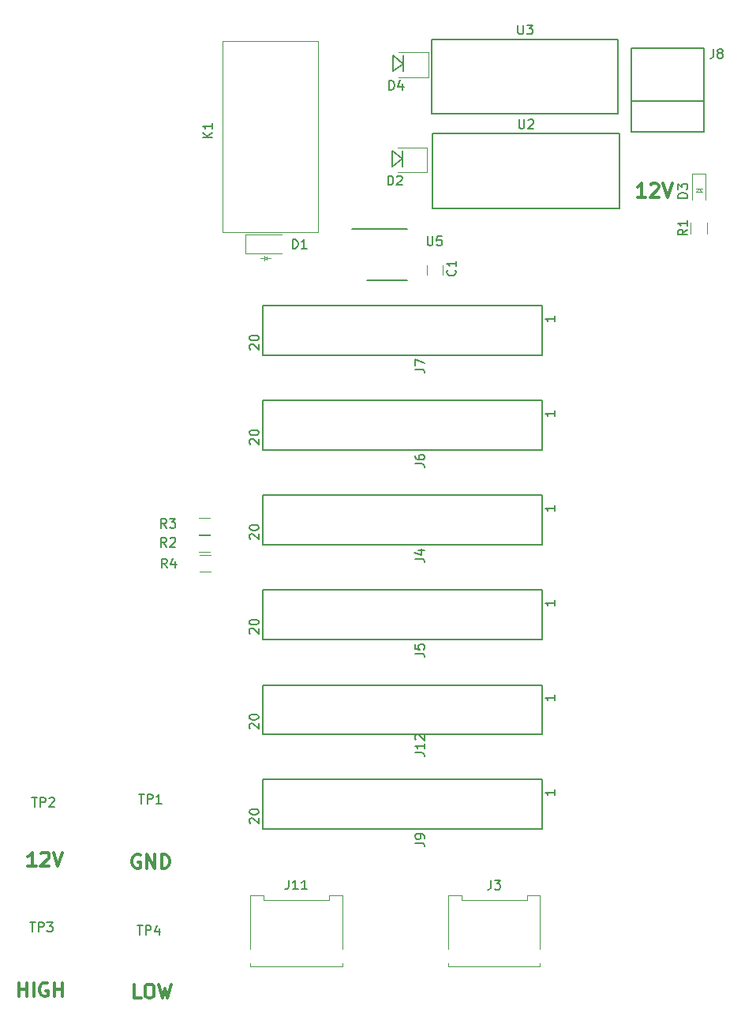
<source format=gto>
G04 #@! TF.GenerationSoftware,KiCad,Pcbnew,5.0.2-bee76a0~70~ubuntu18.04.1*
G04 #@! TF.CreationDate,2020-02-05T16:33:54-05:00*
G04 #@! TF.ProjectId,LV Interface,4c562049-6e74-4657-9266-6163652e6b69,rev?*
G04 #@! TF.SameCoordinates,Original*
G04 #@! TF.FileFunction,Legend,Top*
G04 #@! TF.FilePolarity,Positive*
%FSLAX46Y46*%
G04 Gerber Fmt 4.6, Leading zero omitted, Abs format (unit mm)*
G04 Created by KiCad (PCBNEW 5.0.2-bee76a0~70~ubuntu18.04.1) date Wed 05 Feb 2020 04:33:54 PM EST*
%MOMM*%
%LPD*%
G01*
G04 APERTURE LIST*
%ADD10C,0.300000*%
%ADD11C,0.100000*%
%ADD12C,0.120000*%
%ADD13C,0.150000*%
%ADD14C,0.200000*%
G04 APERTURE END LIST*
D10*
X81942928Y-120193191D02*
X81228642Y-120193191D01*
X81228642Y-118693191D01*
X82728642Y-118693191D02*
X83014357Y-118693191D01*
X83157214Y-118764620D01*
X83300071Y-118907477D01*
X83371500Y-119193191D01*
X83371500Y-119693191D01*
X83300071Y-119978905D01*
X83157214Y-120121762D01*
X83014357Y-120193191D01*
X82728642Y-120193191D01*
X82585785Y-120121762D01*
X82442928Y-119978905D01*
X82371500Y-119693191D01*
X82371500Y-119193191D01*
X82442928Y-118907477D01*
X82585785Y-118764620D01*
X82728642Y-118693191D01*
X83871500Y-118693191D02*
X84228642Y-120193191D01*
X84514357Y-119121762D01*
X84800071Y-120193191D01*
X85157214Y-118693191D01*
X68867151Y-120023011D02*
X68867151Y-118523011D01*
X68867151Y-119237297D02*
X69724294Y-119237297D01*
X69724294Y-120023011D02*
X69724294Y-118523011D01*
X70438580Y-120023011D02*
X70438580Y-118523011D01*
X71938580Y-118594440D02*
X71795722Y-118523011D01*
X71581437Y-118523011D01*
X71367151Y-118594440D01*
X71224294Y-118737297D01*
X71152865Y-118880154D01*
X71081437Y-119165868D01*
X71081437Y-119380154D01*
X71152865Y-119665868D01*
X71224294Y-119808725D01*
X71367151Y-119951582D01*
X71581437Y-120023011D01*
X71724294Y-120023011D01*
X71938580Y-119951582D01*
X72010008Y-119880154D01*
X72010008Y-119380154D01*
X71724294Y-119380154D01*
X72652865Y-120023011D02*
X72652865Y-118523011D01*
X72652865Y-119237297D02*
X73510008Y-119237297D01*
X73510008Y-120023011D02*
X73510008Y-118523011D01*
X81854182Y-104840340D02*
X81711325Y-104768911D01*
X81497040Y-104768911D01*
X81282754Y-104840340D01*
X81139897Y-104983197D01*
X81068468Y-105126054D01*
X80997040Y-105411768D01*
X80997040Y-105626054D01*
X81068468Y-105911768D01*
X81139897Y-106054625D01*
X81282754Y-106197482D01*
X81497040Y-106268911D01*
X81639897Y-106268911D01*
X81854182Y-106197482D01*
X81925611Y-106126054D01*
X81925611Y-105626054D01*
X81639897Y-105626054D01*
X82568468Y-106268911D02*
X82568468Y-104768911D01*
X83425611Y-106268911D01*
X83425611Y-104768911D01*
X84139897Y-106268911D02*
X84139897Y-104768911D01*
X84497040Y-104768911D01*
X84711325Y-104840340D01*
X84854182Y-104983197D01*
X84925611Y-105126054D01*
X84997040Y-105411768D01*
X84997040Y-105626054D01*
X84925611Y-105911768D01*
X84854182Y-106054625D01*
X84711325Y-106197482D01*
X84497040Y-106268911D01*
X84139897Y-106268911D01*
X70681648Y-106055551D02*
X69824505Y-106055551D01*
X70253077Y-106055551D02*
X70253077Y-104555551D01*
X70110220Y-104769837D01*
X69967362Y-104912694D01*
X69824505Y-104984122D01*
X71253077Y-104698408D02*
X71324505Y-104626980D01*
X71467362Y-104555551D01*
X71824505Y-104555551D01*
X71967362Y-104626980D01*
X72038791Y-104698408D01*
X72110220Y-104841265D01*
X72110220Y-104984122D01*
X72038791Y-105198408D01*
X71181648Y-106055551D01*
X72110220Y-106055551D01*
X72538791Y-104555551D02*
X73038791Y-106055551D01*
X73538791Y-104555551D01*
X136071408Y-34277691D02*
X135214265Y-34277691D01*
X135642837Y-34277691D02*
X135642837Y-32777691D01*
X135499980Y-32991977D01*
X135357122Y-33134834D01*
X135214265Y-33206262D01*
X136642837Y-32920548D02*
X136714265Y-32849120D01*
X136857122Y-32777691D01*
X137214265Y-32777691D01*
X137357122Y-32849120D01*
X137428551Y-32920548D01*
X137499980Y-33063405D01*
X137499980Y-33206262D01*
X137428551Y-33420548D01*
X136571408Y-34277691D01*
X137499980Y-34277691D01*
X137928551Y-32777691D02*
X138428551Y-34277691D01*
X138928551Y-32777691D01*
D11*
G04 #@! TO.C,D1*
X95477000Y-40831900D02*
X95877000Y-40831900D01*
X95177000Y-40831900D02*
X95477000Y-40631900D01*
X95477000Y-40631900D02*
X95477000Y-41031900D01*
X95477000Y-41031900D02*
X95177000Y-40831900D01*
X94777000Y-40831900D02*
X95177000Y-40831900D01*
X95177000Y-40831900D02*
X95177000Y-40581900D01*
X95177000Y-40581900D02*
X95177000Y-41081900D01*
D12*
X93177000Y-38331900D02*
X93177000Y-40331900D01*
X93177000Y-40331900D02*
X97027000Y-40331900D01*
X93177000Y-38331900D02*
X97027000Y-38331900D01*
G04 #@! TO.C,J3*
X114890900Y-116452380D02*
X114890900Y-116762380D01*
X114890900Y-116762380D02*
X124760900Y-116762380D01*
X124760900Y-116762380D02*
X124760900Y-116452380D01*
X114890900Y-114932380D02*
X114890900Y-109172380D01*
X114890900Y-109172380D02*
X116310900Y-109172380D01*
X116310900Y-109172380D02*
X116310900Y-109672380D01*
X116310900Y-109672380D02*
X123340900Y-109672380D01*
X123340900Y-109672380D02*
X123340900Y-109172380D01*
X123340900Y-109172380D02*
X124760900Y-109172380D01*
X124760900Y-109172380D02*
X124760900Y-114932380D01*
D13*
G04 #@! TO.C,J4*
X94999860Y-71570360D02*
X125009860Y-71570360D01*
X94999860Y-66270360D02*
X125009860Y-66270360D01*
X125009860Y-66270360D02*
X125009860Y-71570360D01*
X94999860Y-66270360D02*
X94999860Y-71570360D01*
G04 #@! TO.C,J5*
X94987160Y-76420200D02*
X94987160Y-81720200D01*
X124997160Y-76420200D02*
X124997160Y-81720200D01*
X94987160Y-76420200D02*
X124997160Y-76420200D01*
X94987160Y-81720200D02*
X124997160Y-81720200D01*
G04 #@! TO.C,J6*
X94997320Y-56092580D02*
X94997320Y-61392580D01*
X125007320Y-56092580D02*
X125007320Y-61392580D01*
X94997320Y-56092580D02*
X125007320Y-56092580D01*
X94997320Y-61392580D02*
X125007320Y-61392580D01*
G04 #@! TO.C,J7*
X94994780Y-45940200D02*
X94994780Y-51240200D01*
X125004780Y-45940200D02*
X125004780Y-51240200D01*
X94994780Y-45940200D02*
X125004780Y-45940200D01*
X94994780Y-51240200D02*
X125004780Y-51240200D01*
G04 #@! TO.C,J8*
X134529940Y-24012540D02*
X134529940Y-27322540D01*
X134529940Y-27322540D02*
X142329940Y-27322540D01*
X142329940Y-27322540D02*
X142329940Y-24012540D01*
X142329940Y-24012540D02*
X142329940Y-18290540D01*
X134529940Y-24012540D02*
X134529940Y-18290540D01*
X142329940Y-24012540D02*
X134529940Y-24012540D01*
X142329940Y-18290540D02*
X134529940Y-18290540D01*
G04 #@! TO.C,J9*
X94999860Y-96752900D02*
X94999860Y-102052900D01*
X125009860Y-96752900D02*
X125009860Y-102052900D01*
X94999860Y-96752900D02*
X125009860Y-96752900D01*
X94999860Y-102052900D02*
X125009860Y-102052900D01*
D12*
G04 #@! TO.C,J11*
X103554440Y-109159680D02*
X103554440Y-114919680D01*
X102134440Y-109159680D02*
X103554440Y-109159680D01*
X102134440Y-109659680D02*
X102134440Y-109159680D01*
X95104440Y-109659680D02*
X102134440Y-109659680D01*
X95104440Y-109159680D02*
X95104440Y-109659680D01*
X93684440Y-109159680D02*
X95104440Y-109159680D01*
X93684440Y-114919680D02*
X93684440Y-109159680D01*
X103554440Y-116749680D02*
X103554440Y-116439680D01*
X93684440Y-116749680D02*
X103554440Y-116749680D01*
X93684440Y-116439680D02*
X93684440Y-116749680D01*
D13*
G04 #@! TO.C,J12*
X94987160Y-91895440D02*
X124997160Y-91895440D01*
X94987160Y-86595440D02*
X124997160Y-86595440D01*
X124997160Y-86595440D02*
X124997160Y-91895440D01*
X94987160Y-86595440D02*
X94987160Y-91895440D01*
D12*
G04 #@! TO.C,K1*
X100966420Y-38010140D02*
X100966420Y-17570140D01*
X100966420Y-17570140D02*
X90666420Y-17570140D01*
X100966420Y-38010140D02*
X90666420Y-38010140D01*
X90666420Y-38010140D02*
X90666420Y-17570140D01*
D13*
G04 #@! TO.C,U2*
X123258580Y-27483300D02*
X113258580Y-27483300D01*
X113258580Y-27483300D02*
X113258580Y-35483300D01*
X113258580Y-35483300D02*
X133258580Y-35483300D01*
X133258580Y-35483300D02*
X133258580Y-27483300D01*
X133258580Y-27483300D02*
X124258580Y-27483300D01*
X124258580Y-27483300D02*
X123258580Y-27483300D01*
G04 #@! TO.C,U3*
X124159520Y-17363940D02*
X123159520Y-17363940D01*
X133159520Y-17363940D02*
X124159520Y-17363940D01*
X133159520Y-25363940D02*
X133159520Y-17363940D01*
X113159520Y-25363940D02*
X133159520Y-25363940D01*
X113159520Y-17363940D02*
X113159520Y-25363940D01*
X123159520Y-17363940D02*
X113159520Y-17363940D01*
G04 #@! TO.C,U5*
X104576320Y-37677440D02*
X110551320Y-37677440D01*
X106151320Y-43202440D02*
X110551320Y-43202440D01*
D12*
G04 #@! TO.C,C1*
X114339740Y-42614980D02*
X114339740Y-41614980D01*
X112639740Y-41614980D02*
X112639740Y-42614980D01*
D11*
G04 #@! TO.C,D3*
X141460740Y-33401660D02*
X141810740Y-33401660D01*
X141810740Y-33401660D02*
X142160740Y-33401660D01*
X141460740Y-33751660D02*
X141810740Y-33401660D01*
X141510740Y-33751660D02*
X141460740Y-33751660D01*
X141460740Y-33751660D02*
X141510740Y-33751660D01*
X142160740Y-33751660D02*
X141510740Y-33751660D01*
X142110740Y-33701660D02*
X142160740Y-33751660D01*
X141810740Y-33401660D02*
X142110740Y-33701660D01*
D12*
X142510740Y-31801660D02*
X141110740Y-31801660D01*
X141110740Y-31801660D02*
X141110740Y-34601660D01*
X142510740Y-31801660D02*
X142510740Y-34601660D01*
G04 #@! TO.C,R1*
X142645020Y-36986920D02*
X142645020Y-38186920D01*
X140885020Y-38186920D02*
X140885020Y-36986920D01*
G04 #@! TO.C,R2*
X89375540Y-70435360D02*
X88175540Y-70435360D01*
X88175540Y-68675360D02*
X89375540Y-68675360D01*
G04 #@! TO.C,R3*
X89380620Y-72350520D02*
X88180620Y-72350520D01*
X88180620Y-70590520D02*
X89380620Y-70590520D01*
G04 #@! TO.C,R4*
X89413640Y-74440940D02*
X88213640Y-74440940D01*
X88213640Y-72680940D02*
X89413640Y-72680940D01*
D14*
G04 #@! TO.C,D2*
X108886700Y-29284420D02*
X109986700Y-30184420D01*
X108886700Y-30984420D02*
X108886700Y-29284420D01*
X109986700Y-30184420D02*
X108886700Y-30984420D01*
X109986700Y-30984420D02*
X109986700Y-29284420D01*
D12*
X112661700Y-31617920D02*
X112661700Y-28950920D01*
X112661700Y-28950920D02*
X109486700Y-28950920D01*
X112661700Y-31617920D02*
X109486700Y-31617920D01*
G04 #@! TO.C,D4*
X112793780Y-21414740D02*
X109618780Y-21414740D01*
X112793780Y-18747740D02*
X109618780Y-18747740D01*
X112793780Y-21414740D02*
X112793780Y-18747740D01*
D14*
X110118780Y-20781240D02*
X110118780Y-19081240D01*
X110118780Y-19981240D02*
X109018780Y-20781240D01*
X109018780Y-20781240D02*
X109018780Y-19081240D01*
X109018780Y-19081240D02*
X110118780Y-19981240D01*
G04 #@! TO.C,D1*
D13*
X98217764Y-39807140D02*
X98217764Y-38807140D01*
X98455860Y-38807140D01*
X98598717Y-38854760D01*
X98693955Y-38949998D01*
X98741574Y-39045236D01*
X98789193Y-39235712D01*
X98789193Y-39378569D01*
X98741574Y-39569045D01*
X98693955Y-39664283D01*
X98598717Y-39759521D01*
X98455860Y-39807140D01*
X98217764Y-39807140D01*
X99741574Y-39807140D02*
X99170145Y-39807140D01*
X99455860Y-39807140D02*
X99455860Y-38807140D01*
X99360621Y-38949998D01*
X99265383Y-39045236D01*
X99170145Y-39092855D01*
G04 #@! TO.C,J3*
X119492566Y-107534760D02*
X119492566Y-108249046D01*
X119444947Y-108391903D01*
X119349709Y-108487141D01*
X119206852Y-108534760D01*
X119111614Y-108534760D01*
X119873519Y-107534760D02*
X120492566Y-107534760D01*
X120159233Y-107915713D01*
X120302090Y-107915713D01*
X120397328Y-107963332D01*
X120444947Y-108010951D01*
X120492566Y-108106189D01*
X120492566Y-108344284D01*
X120444947Y-108439522D01*
X120397328Y-108487141D01*
X120302090Y-108534760D01*
X120016376Y-108534760D01*
X119921138Y-108487141D01*
X119873519Y-108439522D01*
G04 #@! TO.C,J4*
X111362240Y-73063693D02*
X112076526Y-73063693D01*
X112219383Y-73111312D01*
X112314621Y-73206550D01*
X112362240Y-73349407D01*
X112362240Y-73444645D01*
X111695574Y-72158931D02*
X112362240Y-72158931D01*
X111314621Y-72397026D02*
X112028907Y-72635121D01*
X112028907Y-72016074D01*
X126332240Y-67364645D02*
X126332240Y-67936074D01*
X126332240Y-67650360D02*
X125332240Y-67650360D01*
X125475098Y-67745598D01*
X125570336Y-67840836D01*
X125617955Y-67936074D01*
X93677479Y-70952264D02*
X93629860Y-70904645D01*
X93582240Y-70809407D01*
X93582240Y-70571312D01*
X93629860Y-70476074D01*
X93677479Y-70428455D01*
X93772717Y-70380836D01*
X93867955Y-70380836D01*
X94010812Y-70428455D01*
X94582240Y-70999883D01*
X94582240Y-70380836D01*
X93582240Y-69761788D02*
X93582240Y-69666550D01*
X93629860Y-69571312D01*
X93677479Y-69523693D01*
X93772717Y-69476074D01*
X93963193Y-69428455D01*
X94201288Y-69428455D01*
X94391764Y-69476074D01*
X94487002Y-69523693D01*
X94534621Y-69571312D01*
X94582240Y-69666550D01*
X94582240Y-69761788D01*
X94534621Y-69857026D01*
X94487002Y-69904645D01*
X94391764Y-69952264D01*
X94201288Y-69999883D01*
X93963193Y-69999883D01*
X93772717Y-69952264D01*
X93677479Y-69904645D01*
X93629860Y-69857026D01*
X93582240Y-69761788D01*
G04 #@! TO.C,J5*
X111349540Y-83213533D02*
X112063826Y-83213533D01*
X112206683Y-83261152D01*
X112301921Y-83356390D01*
X112349540Y-83499247D01*
X112349540Y-83594485D01*
X111349540Y-82261152D02*
X111349540Y-82737342D01*
X111825731Y-82784961D01*
X111778112Y-82737342D01*
X111730493Y-82642104D01*
X111730493Y-82404009D01*
X111778112Y-82308771D01*
X111825731Y-82261152D01*
X111920969Y-82213533D01*
X112159064Y-82213533D01*
X112254302Y-82261152D01*
X112301921Y-82308771D01*
X112349540Y-82404009D01*
X112349540Y-82642104D01*
X112301921Y-82737342D01*
X112254302Y-82784961D01*
X93664779Y-81102104D02*
X93617160Y-81054485D01*
X93569540Y-80959247D01*
X93569540Y-80721152D01*
X93617160Y-80625914D01*
X93664779Y-80578295D01*
X93760017Y-80530676D01*
X93855255Y-80530676D01*
X93998112Y-80578295D01*
X94569540Y-81149723D01*
X94569540Y-80530676D01*
X93569540Y-79911628D02*
X93569540Y-79816390D01*
X93617160Y-79721152D01*
X93664779Y-79673533D01*
X93760017Y-79625914D01*
X93950493Y-79578295D01*
X94188588Y-79578295D01*
X94379064Y-79625914D01*
X94474302Y-79673533D01*
X94521921Y-79721152D01*
X94569540Y-79816390D01*
X94569540Y-79911628D01*
X94521921Y-80006866D01*
X94474302Y-80054485D01*
X94379064Y-80102104D01*
X94188588Y-80149723D01*
X93950493Y-80149723D01*
X93760017Y-80102104D01*
X93664779Y-80054485D01*
X93617160Y-80006866D01*
X93569540Y-79911628D01*
X126319540Y-77514485D02*
X126319540Y-78085914D01*
X126319540Y-77800200D02*
X125319540Y-77800200D01*
X125462398Y-77895438D01*
X125557636Y-77990676D01*
X125605255Y-78085914D01*
G04 #@! TO.C,J6*
X111359700Y-62885913D02*
X112073986Y-62885913D01*
X112216843Y-62933532D01*
X112312081Y-63028770D01*
X112359700Y-63171627D01*
X112359700Y-63266865D01*
X111359700Y-61981151D02*
X111359700Y-62171627D01*
X111407320Y-62266865D01*
X111454939Y-62314484D01*
X111597796Y-62409722D01*
X111788272Y-62457341D01*
X112169224Y-62457341D01*
X112264462Y-62409722D01*
X112312081Y-62362103D01*
X112359700Y-62266865D01*
X112359700Y-62076389D01*
X112312081Y-61981151D01*
X112264462Y-61933532D01*
X112169224Y-61885913D01*
X111931129Y-61885913D01*
X111835891Y-61933532D01*
X111788272Y-61981151D01*
X111740653Y-62076389D01*
X111740653Y-62266865D01*
X111788272Y-62362103D01*
X111835891Y-62409722D01*
X111931129Y-62457341D01*
X93674939Y-60774484D02*
X93627320Y-60726865D01*
X93579700Y-60631627D01*
X93579700Y-60393532D01*
X93627320Y-60298294D01*
X93674939Y-60250675D01*
X93770177Y-60203056D01*
X93865415Y-60203056D01*
X94008272Y-60250675D01*
X94579700Y-60822103D01*
X94579700Y-60203056D01*
X93579700Y-59584008D02*
X93579700Y-59488770D01*
X93627320Y-59393532D01*
X93674939Y-59345913D01*
X93770177Y-59298294D01*
X93960653Y-59250675D01*
X94198748Y-59250675D01*
X94389224Y-59298294D01*
X94484462Y-59345913D01*
X94532081Y-59393532D01*
X94579700Y-59488770D01*
X94579700Y-59584008D01*
X94532081Y-59679246D01*
X94484462Y-59726865D01*
X94389224Y-59774484D01*
X94198748Y-59822103D01*
X93960653Y-59822103D01*
X93770177Y-59774484D01*
X93674939Y-59726865D01*
X93627320Y-59679246D01*
X93579700Y-59584008D01*
X126329700Y-57186865D02*
X126329700Y-57758294D01*
X126329700Y-57472580D02*
X125329700Y-57472580D01*
X125472558Y-57567818D01*
X125567796Y-57663056D01*
X125615415Y-57758294D01*
G04 #@! TO.C,J7*
X111357160Y-52733533D02*
X112071446Y-52733533D01*
X112214303Y-52781152D01*
X112309541Y-52876390D01*
X112357160Y-53019247D01*
X112357160Y-53114485D01*
X111357160Y-52352580D02*
X111357160Y-51685914D01*
X112357160Y-52114485D01*
X93672399Y-50622104D02*
X93624780Y-50574485D01*
X93577160Y-50479247D01*
X93577160Y-50241152D01*
X93624780Y-50145914D01*
X93672399Y-50098295D01*
X93767637Y-50050676D01*
X93862875Y-50050676D01*
X94005732Y-50098295D01*
X94577160Y-50669723D01*
X94577160Y-50050676D01*
X93577160Y-49431628D02*
X93577160Y-49336390D01*
X93624780Y-49241152D01*
X93672399Y-49193533D01*
X93767637Y-49145914D01*
X93958113Y-49098295D01*
X94196208Y-49098295D01*
X94386684Y-49145914D01*
X94481922Y-49193533D01*
X94529541Y-49241152D01*
X94577160Y-49336390D01*
X94577160Y-49431628D01*
X94529541Y-49526866D01*
X94481922Y-49574485D01*
X94386684Y-49622104D01*
X94196208Y-49669723D01*
X93958113Y-49669723D01*
X93767637Y-49622104D01*
X93672399Y-49574485D01*
X93624780Y-49526866D01*
X93577160Y-49431628D01*
X126327160Y-47034485D02*
X126327160Y-47605914D01*
X126327160Y-47320200D02*
X125327160Y-47320200D01*
X125470018Y-47415438D01*
X125565256Y-47510676D01*
X125612875Y-47605914D01*
G04 #@! TO.C,J8*
X143374786Y-18403320D02*
X143374786Y-19117606D01*
X143327167Y-19260463D01*
X143231929Y-19355701D01*
X143089072Y-19403320D01*
X142993834Y-19403320D01*
X143993834Y-18831892D02*
X143898596Y-18784273D01*
X143850977Y-18736654D01*
X143803358Y-18641416D01*
X143803358Y-18593797D01*
X143850977Y-18498559D01*
X143898596Y-18450940D01*
X143993834Y-18403320D01*
X144184310Y-18403320D01*
X144279548Y-18450940D01*
X144327167Y-18498559D01*
X144374786Y-18593797D01*
X144374786Y-18641416D01*
X144327167Y-18736654D01*
X144279548Y-18784273D01*
X144184310Y-18831892D01*
X143993834Y-18831892D01*
X143898596Y-18879511D01*
X143850977Y-18927130D01*
X143803358Y-19022368D01*
X143803358Y-19212844D01*
X143850977Y-19308082D01*
X143898596Y-19355701D01*
X143993834Y-19403320D01*
X144184310Y-19403320D01*
X144279548Y-19355701D01*
X144327167Y-19308082D01*
X144374786Y-19212844D01*
X144374786Y-19022368D01*
X144327167Y-18927130D01*
X144279548Y-18879511D01*
X144184310Y-18831892D01*
G04 #@! TO.C,J9*
X111362240Y-103546233D02*
X112076526Y-103546233D01*
X112219383Y-103593852D01*
X112314621Y-103689090D01*
X112362240Y-103831947D01*
X112362240Y-103927185D01*
X112362240Y-103022423D02*
X112362240Y-102831947D01*
X112314621Y-102736709D01*
X112267002Y-102689090D01*
X112124145Y-102593852D01*
X111933669Y-102546233D01*
X111552717Y-102546233D01*
X111457479Y-102593852D01*
X111409860Y-102641471D01*
X111362240Y-102736709D01*
X111362240Y-102927185D01*
X111409860Y-103022423D01*
X111457479Y-103070042D01*
X111552717Y-103117661D01*
X111790812Y-103117661D01*
X111886050Y-103070042D01*
X111933669Y-103022423D01*
X111981288Y-102927185D01*
X111981288Y-102736709D01*
X111933669Y-102641471D01*
X111886050Y-102593852D01*
X111790812Y-102546233D01*
X93677479Y-101434804D02*
X93629860Y-101387185D01*
X93582240Y-101291947D01*
X93582240Y-101053852D01*
X93629860Y-100958614D01*
X93677479Y-100910995D01*
X93772717Y-100863376D01*
X93867955Y-100863376D01*
X94010812Y-100910995D01*
X94582240Y-101482423D01*
X94582240Y-100863376D01*
X93582240Y-100244328D02*
X93582240Y-100149090D01*
X93629860Y-100053852D01*
X93677479Y-100006233D01*
X93772717Y-99958614D01*
X93963193Y-99910995D01*
X94201288Y-99910995D01*
X94391764Y-99958614D01*
X94487002Y-100006233D01*
X94534621Y-100053852D01*
X94582240Y-100149090D01*
X94582240Y-100244328D01*
X94534621Y-100339566D01*
X94487002Y-100387185D01*
X94391764Y-100434804D01*
X94201288Y-100482423D01*
X93963193Y-100482423D01*
X93772717Y-100434804D01*
X93677479Y-100387185D01*
X93629860Y-100339566D01*
X93582240Y-100244328D01*
X126332240Y-97847185D02*
X126332240Y-98418614D01*
X126332240Y-98132900D02*
X125332240Y-98132900D01*
X125475098Y-98228138D01*
X125570336Y-98323376D01*
X125617955Y-98418614D01*
G04 #@! TO.C,J11*
X97809916Y-107522060D02*
X97809916Y-108236346D01*
X97762297Y-108379203D01*
X97667059Y-108474441D01*
X97524201Y-108522060D01*
X97428963Y-108522060D01*
X98809916Y-108522060D02*
X98238487Y-108522060D01*
X98524201Y-108522060D02*
X98524201Y-107522060D01*
X98428963Y-107664918D01*
X98333725Y-107760156D01*
X98238487Y-107807775D01*
X99762297Y-108522060D02*
X99190868Y-108522060D01*
X99476582Y-108522060D02*
X99476582Y-107522060D01*
X99381344Y-107664918D01*
X99286106Y-107760156D01*
X99190868Y-107807775D01*
G04 #@! TO.C,J12*
X111349540Y-93864963D02*
X112063826Y-93864963D01*
X112206683Y-93912582D01*
X112301921Y-94007820D01*
X112349540Y-94150678D01*
X112349540Y-94245916D01*
X112349540Y-92864963D02*
X112349540Y-93436392D01*
X112349540Y-93150678D02*
X111349540Y-93150678D01*
X111492398Y-93245916D01*
X111587636Y-93341154D01*
X111635255Y-93436392D01*
X111444779Y-92484011D02*
X111397160Y-92436392D01*
X111349540Y-92341154D01*
X111349540Y-92103059D01*
X111397160Y-92007820D01*
X111444779Y-91960201D01*
X111540017Y-91912582D01*
X111635255Y-91912582D01*
X111778112Y-91960201D01*
X112349540Y-92531630D01*
X112349540Y-91912582D01*
X126319540Y-87689725D02*
X126319540Y-88261154D01*
X126319540Y-87975440D02*
X125319540Y-87975440D01*
X125462398Y-88070678D01*
X125557636Y-88165916D01*
X125605255Y-88261154D01*
X93664779Y-91277344D02*
X93617160Y-91229725D01*
X93569540Y-91134487D01*
X93569540Y-90896392D01*
X93617160Y-90801154D01*
X93664779Y-90753535D01*
X93760017Y-90705916D01*
X93855255Y-90705916D01*
X93998112Y-90753535D01*
X94569540Y-91324963D01*
X94569540Y-90705916D01*
X93569540Y-90086868D02*
X93569540Y-89991630D01*
X93617160Y-89896392D01*
X93664779Y-89848773D01*
X93760017Y-89801154D01*
X93950493Y-89753535D01*
X94188588Y-89753535D01*
X94379064Y-89801154D01*
X94474302Y-89848773D01*
X94521921Y-89896392D01*
X94569540Y-89991630D01*
X94569540Y-90086868D01*
X94521921Y-90182106D01*
X94474302Y-90229725D01*
X94379064Y-90277344D01*
X94188588Y-90324963D01*
X93950493Y-90324963D01*
X93760017Y-90277344D01*
X93664779Y-90229725D01*
X93617160Y-90182106D01*
X93569540Y-90086868D01*
G04 #@! TO.C,K1*
X89578800Y-27918235D02*
X88578800Y-27918235D01*
X89578800Y-27346806D02*
X89007372Y-27775378D01*
X88578800Y-27346806D02*
X89150229Y-27918235D01*
X89578800Y-26394425D02*
X89578800Y-26965854D01*
X89578800Y-26680140D02*
X88578800Y-26680140D01*
X88721658Y-26775378D01*
X88816896Y-26870616D01*
X88864515Y-26965854D01*
G04 #@! TO.C,U2*
X122496675Y-25935680D02*
X122496675Y-26745204D01*
X122544294Y-26840442D01*
X122591913Y-26888061D01*
X122687151Y-26935680D01*
X122877627Y-26935680D01*
X122972865Y-26888061D01*
X123020484Y-26840442D01*
X123068103Y-26745204D01*
X123068103Y-25935680D01*
X123496675Y-26030919D02*
X123544294Y-25983300D01*
X123639532Y-25935680D01*
X123877627Y-25935680D01*
X123972865Y-25983300D01*
X124020484Y-26030919D01*
X124068103Y-26126157D01*
X124068103Y-26221395D01*
X124020484Y-26364252D01*
X123449056Y-26935680D01*
X124068103Y-26935680D01*
G04 #@! TO.C,U3*
X122397615Y-15816320D02*
X122397615Y-16625844D01*
X122445234Y-16721082D01*
X122492853Y-16768701D01*
X122588091Y-16816320D01*
X122778567Y-16816320D01*
X122873805Y-16768701D01*
X122921424Y-16721082D01*
X122969043Y-16625844D01*
X122969043Y-15816320D01*
X123349996Y-15816320D02*
X123969043Y-15816320D01*
X123635710Y-16197273D01*
X123778567Y-16197273D01*
X123873805Y-16244892D01*
X123921424Y-16292511D01*
X123969043Y-16387749D01*
X123969043Y-16625844D01*
X123921424Y-16721082D01*
X123873805Y-16768701D01*
X123778567Y-16816320D01*
X123492853Y-16816320D01*
X123397615Y-16768701D01*
X123349996Y-16721082D01*
G04 #@! TO.C,U5*
X112684655Y-38464240D02*
X112684655Y-39273764D01*
X112732274Y-39369002D01*
X112779893Y-39416621D01*
X112875131Y-39464240D01*
X113065607Y-39464240D01*
X113160845Y-39416621D01*
X113208464Y-39369002D01*
X113256083Y-39273764D01*
X113256083Y-38464240D01*
X114208464Y-38464240D02*
X113732274Y-38464240D01*
X113684655Y-38940431D01*
X113732274Y-38892812D01*
X113827512Y-38845193D01*
X114065607Y-38845193D01*
X114160845Y-38892812D01*
X114208464Y-38940431D01*
X114256083Y-39035669D01*
X114256083Y-39273764D01*
X114208464Y-39369002D01*
X114160845Y-39416621D01*
X114065607Y-39464240D01*
X113827512Y-39464240D01*
X113732274Y-39416621D01*
X113684655Y-39369002D01*
G04 #@! TO.C,C1*
X115668062Y-42099526D02*
X115715681Y-42147145D01*
X115763300Y-42290002D01*
X115763300Y-42385240D01*
X115715681Y-42528098D01*
X115620443Y-42623336D01*
X115525205Y-42670955D01*
X115334729Y-42718574D01*
X115191872Y-42718574D01*
X115001396Y-42670955D01*
X114906158Y-42623336D01*
X114810920Y-42528098D01*
X114763300Y-42385240D01*
X114763300Y-42290002D01*
X114810920Y-42147145D01*
X114858539Y-42099526D01*
X115763300Y-41147145D02*
X115763300Y-41718574D01*
X115763300Y-41432860D02*
X114763300Y-41432860D01*
X114906158Y-41528098D01*
X115001396Y-41623336D01*
X115049015Y-41718574D01*
G04 #@! TO.C,D3*
X140579100Y-34372775D02*
X139579100Y-34372775D01*
X139579100Y-34134680D01*
X139626720Y-33991822D01*
X139721958Y-33896584D01*
X139817196Y-33848965D01*
X140007672Y-33801346D01*
X140150529Y-33801346D01*
X140341005Y-33848965D01*
X140436243Y-33896584D01*
X140531481Y-33991822D01*
X140579100Y-34134680D01*
X140579100Y-34372775D01*
X139579100Y-33468013D02*
X139579100Y-32848965D01*
X139960053Y-33182299D01*
X139960053Y-33039441D01*
X140007672Y-32944203D01*
X140055291Y-32896584D01*
X140150529Y-32848965D01*
X140388624Y-32848965D01*
X140483862Y-32896584D01*
X140531481Y-32944203D01*
X140579100Y-33039441D01*
X140579100Y-33325156D01*
X140531481Y-33420394D01*
X140483862Y-33468013D01*
G04 #@! TO.C,R1*
X140567400Y-37753586D02*
X140091210Y-38086920D01*
X140567400Y-38325015D02*
X139567400Y-38325015D01*
X139567400Y-37944062D01*
X139615020Y-37848824D01*
X139662639Y-37801205D01*
X139757877Y-37753586D01*
X139900734Y-37753586D01*
X139995972Y-37801205D01*
X140043591Y-37848824D01*
X140091210Y-37944062D01*
X140091210Y-38325015D01*
X140567400Y-36801205D02*
X140567400Y-37372634D01*
X140567400Y-37086920D02*
X139567400Y-37086920D01*
X139710258Y-37182158D01*
X139805496Y-37277396D01*
X139853115Y-37372634D01*
G04 #@! TO.C,R2*
X84692193Y-71783200D02*
X84358860Y-71307010D01*
X84120764Y-71783200D02*
X84120764Y-70783200D01*
X84501717Y-70783200D01*
X84596955Y-70830820D01*
X84644574Y-70878439D01*
X84692193Y-70973677D01*
X84692193Y-71116534D01*
X84644574Y-71211772D01*
X84596955Y-71259391D01*
X84501717Y-71307010D01*
X84120764Y-71307010D01*
X85073145Y-70878439D02*
X85120764Y-70830820D01*
X85216002Y-70783200D01*
X85454098Y-70783200D01*
X85549336Y-70830820D01*
X85596955Y-70878439D01*
X85644574Y-70973677D01*
X85644574Y-71068915D01*
X85596955Y-71211772D01*
X85025526Y-71783200D01*
X85644574Y-71783200D01*
G04 #@! TO.C,R3*
X84692193Y-69766440D02*
X84358860Y-69290250D01*
X84120764Y-69766440D02*
X84120764Y-68766440D01*
X84501717Y-68766440D01*
X84596955Y-68814060D01*
X84644574Y-68861679D01*
X84692193Y-68956917D01*
X84692193Y-69099774D01*
X84644574Y-69195012D01*
X84596955Y-69242631D01*
X84501717Y-69290250D01*
X84120764Y-69290250D01*
X85025526Y-68766440D02*
X85644574Y-68766440D01*
X85311240Y-69147393D01*
X85454098Y-69147393D01*
X85549336Y-69195012D01*
X85596955Y-69242631D01*
X85644574Y-69337869D01*
X85644574Y-69575964D01*
X85596955Y-69671202D01*
X85549336Y-69718821D01*
X85454098Y-69766440D01*
X85168383Y-69766440D01*
X85073145Y-69718821D01*
X85025526Y-69671202D01*
G04 #@! TO.C,R4*
X84748073Y-74048880D02*
X84414740Y-73572690D01*
X84176644Y-74048880D02*
X84176644Y-73048880D01*
X84557597Y-73048880D01*
X84652835Y-73096500D01*
X84700454Y-73144119D01*
X84748073Y-73239357D01*
X84748073Y-73382214D01*
X84700454Y-73477452D01*
X84652835Y-73525071D01*
X84557597Y-73572690D01*
X84176644Y-73572690D01*
X85605216Y-73382214D02*
X85605216Y-74048880D01*
X85367120Y-73001261D02*
X85129025Y-73715547D01*
X85748073Y-73715547D01*
G04 #@! TO.C,D2*
X108448604Y-32986800D02*
X108448604Y-31986800D01*
X108686700Y-31986800D01*
X108829557Y-32034420D01*
X108924795Y-32129658D01*
X108972414Y-32224896D01*
X109020033Y-32415372D01*
X109020033Y-32558229D01*
X108972414Y-32748705D01*
X108924795Y-32843943D01*
X108829557Y-32939181D01*
X108686700Y-32986800D01*
X108448604Y-32986800D01*
X109400985Y-32082039D02*
X109448604Y-32034420D01*
X109543842Y-31986800D01*
X109781938Y-31986800D01*
X109877176Y-32034420D01*
X109924795Y-32082039D01*
X109972414Y-32177277D01*
X109972414Y-32272515D01*
X109924795Y-32415372D01*
X109353366Y-32986800D01*
X109972414Y-32986800D01*
G04 #@! TO.C,D4*
X108580684Y-22783620D02*
X108580684Y-21783620D01*
X108818780Y-21783620D01*
X108961637Y-21831240D01*
X109056875Y-21926478D01*
X109104494Y-22021716D01*
X109152113Y-22212192D01*
X109152113Y-22355049D01*
X109104494Y-22545525D01*
X109056875Y-22640763D01*
X108961637Y-22736001D01*
X108818780Y-22783620D01*
X108580684Y-22783620D01*
X110009256Y-22116954D02*
X110009256Y-22783620D01*
X109771160Y-21736001D02*
X109533065Y-22450287D01*
X110152113Y-22450287D01*
G04 #@! TO.C,TP1*
X81735135Y-98326960D02*
X82306563Y-98326960D01*
X82020849Y-99326960D02*
X82020849Y-98326960D01*
X82639897Y-99326960D02*
X82639897Y-98326960D01*
X83020849Y-98326960D01*
X83116087Y-98374580D01*
X83163706Y-98422199D01*
X83211325Y-98517437D01*
X83211325Y-98660294D01*
X83163706Y-98755532D01*
X83116087Y-98803151D01*
X83020849Y-98850770D01*
X82639897Y-98850770D01*
X84163706Y-99326960D02*
X83592278Y-99326960D01*
X83877992Y-99326960D02*
X83877992Y-98326960D01*
X83782754Y-98469818D01*
X83687516Y-98565056D01*
X83592278Y-98612675D01*
G04 #@! TO.C,TP2*
X70231475Y-98677480D02*
X70802903Y-98677480D01*
X70517189Y-99677480D02*
X70517189Y-98677480D01*
X71136237Y-99677480D02*
X71136237Y-98677480D01*
X71517189Y-98677480D01*
X71612427Y-98725100D01*
X71660046Y-98772719D01*
X71707665Y-98867957D01*
X71707665Y-99010814D01*
X71660046Y-99106052D01*
X71612427Y-99153671D01*
X71517189Y-99201290D01*
X71136237Y-99201290D01*
X72088618Y-98772719D02*
X72136237Y-98725100D01*
X72231475Y-98677480D01*
X72469570Y-98677480D01*
X72564808Y-98725100D01*
X72612427Y-98772719D01*
X72660046Y-98867957D01*
X72660046Y-98963195D01*
X72612427Y-99106052D01*
X72040999Y-99677480D01*
X72660046Y-99677480D01*
G04 #@! TO.C,TP3*
X70048595Y-112040420D02*
X70620023Y-112040420D01*
X70334309Y-113040420D02*
X70334309Y-112040420D01*
X70953357Y-113040420D02*
X70953357Y-112040420D01*
X71334309Y-112040420D01*
X71429547Y-112088040D01*
X71477166Y-112135659D01*
X71524785Y-112230897D01*
X71524785Y-112373754D01*
X71477166Y-112468992D01*
X71429547Y-112516611D01*
X71334309Y-112564230D01*
X70953357Y-112564230D01*
X71858119Y-112040420D02*
X72477166Y-112040420D01*
X72143833Y-112421373D01*
X72286690Y-112421373D01*
X72381928Y-112468992D01*
X72429547Y-112516611D01*
X72477166Y-112611849D01*
X72477166Y-112849944D01*
X72429547Y-112945182D01*
X72381928Y-112992801D01*
X72286690Y-113040420D01*
X72000976Y-113040420D01*
X71905738Y-112992801D01*
X71858119Y-112945182D01*
G04 #@! TO.C,TP4*
X81552255Y-112398560D02*
X82123683Y-112398560D01*
X81837969Y-113398560D02*
X81837969Y-112398560D01*
X82457017Y-113398560D02*
X82457017Y-112398560D01*
X82837969Y-112398560D01*
X82933207Y-112446180D01*
X82980826Y-112493799D01*
X83028445Y-112589037D01*
X83028445Y-112731894D01*
X82980826Y-112827132D01*
X82933207Y-112874751D01*
X82837969Y-112922370D01*
X82457017Y-112922370D01*
X83885588Y-112731894D02*
X83885588Y-113398560D01*
X83647493Y-112350941D02*
X83409398Y-113065227D01*
X84028445Y-113065227D01*
G04 #@! TD*
M02*

</source>
